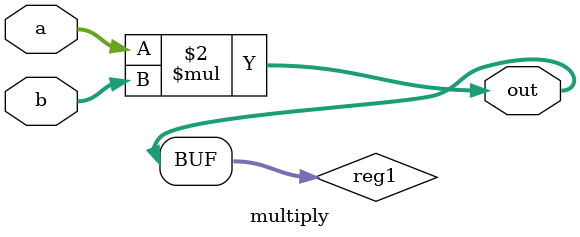
<source format=v>
`timescale 1ns / 1ps
module multiply(
	input [3:0] a,
	input [3:0] b,
	output wire [5:0] out
    );

	reg [5:0] reg1;
	assign out = reg1;
	
	always@(*)
	reg1 <= a * b;		//nicht zulässig
	

endmodule

</source>
